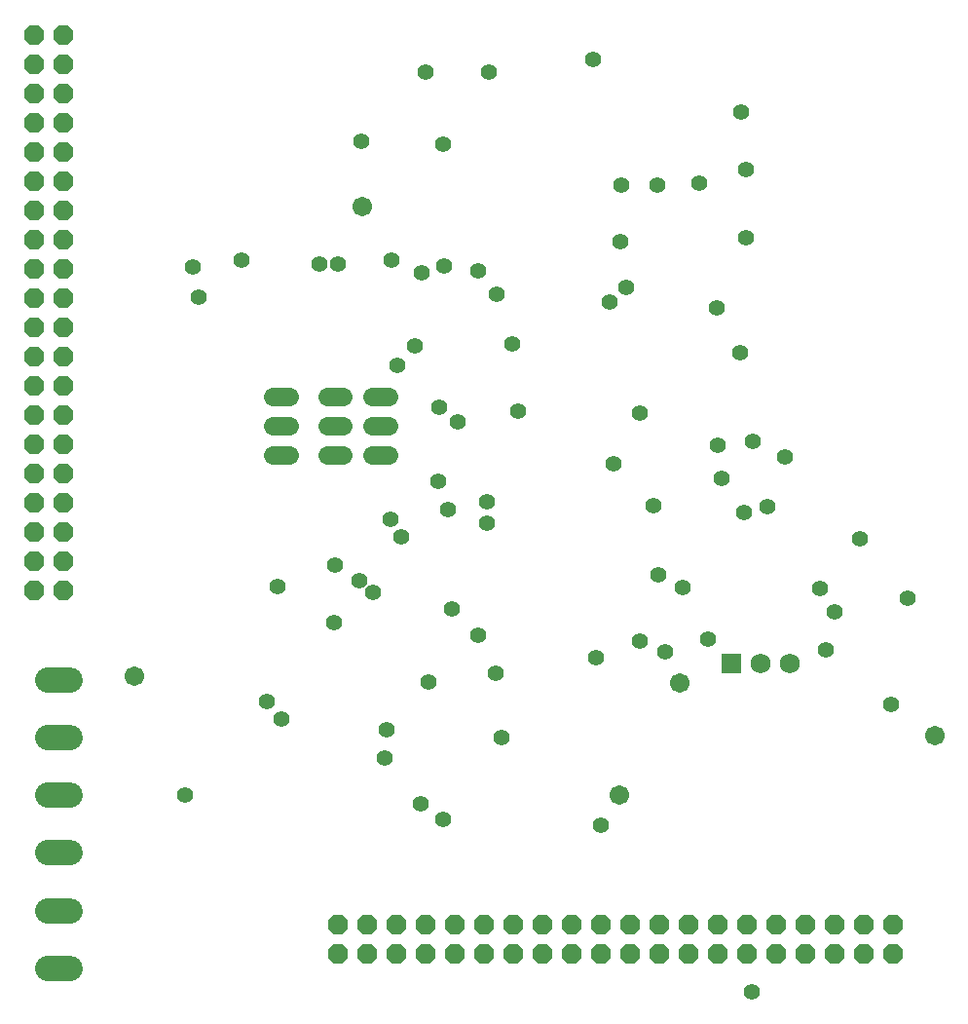
<source format=gbs>
G75*
%MOIN*%
%OFA0B0*%
%FSLAX24Y24*%
%IPPOS*%
%LPD*%
%AMOC8*
5,1,8,0,0,1.08239X$1,22.5*
%
%ADD10C,0.0640*%
%ADD11R,0.0680X0.0680*%
%ADD12C,0.0680*%
%ADD13OC8,0.0680*%
%ADD14C,0.0860*%
%ADD15C,0.0555*%
%ADD16C,0.0671*%
D10*
X012480Y021010D02*
X013040Y021010D01*
X013040Y022010D02*
X012480Y022010D01*
X012480Y023010D02*
X013040Y023010D01*
X014340Y023010D02*
X014900Y023010D01*
X014900Y022010D02*
X014340Y022010D01*
X014340Y021010D02*
X014900Y021010D01*
X015900Y021010D02*
X016460Y021010D01*
X016460Y022010D02*
X015900Y022010D01*
X015900Y023010D02*
X016460Y023010D01*
D11*
X028170Y013900D03*
D12*
X029170Y013900D03*
X030170Y013900D03*
D13*
X029710Y004960D03*
X028710Y004960D03*
X028710Y003960D03*
X029710Y003960D03*
X030710Y003960D03*
X031710Y003960D03*
X031710Y004960D03*
X030710Y004960D03*
X032710Y004960D03*
X032710Y003960D03*
X033710Y003960D03*
X033710Y004960D03*
X027710Y004960D03*
X027710Y003960D03*
X026710Y003960D03*
X025710Y003960D03*
X025710Y004960D03*
X026710Y004960D03*
X024710Y004960D03*
X024710Y003960D03*
X023710Y003960D03*
X022710Y003960D03*
X022710Y004960D03*
X023710Y004960D03*
X021710Y004960D03*
X020710Y004960D03*
X020710Y003960D03*
X021710Y003960D03*
X019710Y003960D03*
X019710Y004960D03*
X018710Y004960D03*
X017710Y004960D03*
X017710Y003960D03*
X018710Y003960D03*
X016710Y003960D03*
X015710Y003960D03*
X015710Y004960D03*
X016710Y004960D03*
X014710Y004960D03*
X014710Y003960D03*
X005310Y016380D03*
X005310Y017380D03*
X004310Y017380D03*
X004310Y016380D03*
X004310Y018380D03*
X005310Y018380D03*
X005310Y019380D03*
X005310Y020380D03*
X004310Y020380D03*
X004310Y019380D03*
X004310Y021380D03*
X004310Y022380D03*
X005310Y022380D03*
X005310Y021380D03*
X005310Y023380D03*
X004310Y023380D03*
X004310Y024380D03*
X004310Y025380D03*
X005310Y025380D03*
X005310Y024380D03*
X005310Y026380D03*
X004310Y026380D03*
X004310Y027380D03*
X004310Y028380D03*
X005310Y028380D03*
X005310Y027380D03*
X005310Y029380D03*
X004310Y029380D03*
X004310Y030380D03*
X004310Y031380D03*
X005310Y031380D03*
X005310Y030380D03*
X005310Y032380D03*
X005310Y033380D03*
X004310Y033380D03*
X004310Y032380D03*
X004310Y034380D03*
X005310Y034380D03*
X005310Y035380D03*
X004310Y035380D03*
D14*
X004770Y003470D02*
X005550Y003470D01*
X005550Y005440D02*
X004770Y005440D01*
X004770Y007410D02*
X005550Y007410D01*
X005550Y009390D02*
X004770Y009390D01*
X004770Y011360D02*
X005550Y011360D01*
X005550Y013330D02*
X004770Y013330D01*
D15*
X009480Y009390D03*
X012770Y012000D03*
X012290Y012580D03*
X014590Y015300D03*
X015910Y016330D03*
X015460Y016710D03*
X014610Y017260D03*
X012660Y016520D03*
X016510Y018820D03*
X016870Y018240D03*
X018490Y019160D03*
X018140Y020120D03*
X019830Y019420D03*
X019830Y018700D03*
X018610Y015750D03*
X019510Y014860D03*
X020120Y013560D03*
X020310Y011360D03*
X017810Y013260D03*
X016370Y011640D03*
X016310Y010660D03*
X017550Y009080D03*
X018310Y008560D03*
X023710Y008360D03*
X023550Y014080D03*
X025060Y014660D03*
X025910Y014280D03*
X027370Y014710D03*
X026510Y016500D03*
X025670Y016930D03*
X025510Y019280D03*
X024140Y020740D03*
X025040Y022450D03*
X027710Y021360D03*
X027850Y020240D03*
X028610Y019060D03*
X029410Y019260D03*
X030010Y020960D03*
X028930Y021490D03*
X028470Y024540D03*
X027680Y026070D03*
X028690Y028460D03*
X027080Y030310D03*
X025650Y030270D03*
X024410Y030260D03*
X024380Y028310D03*
X024570Y026760D03*
X024010Y026260D03*
X020700Y024840D03*
X020150Y026540D03*
X019510Y027310D03*
X018360Y027480D03*
X017580Y027250D03*
X016560Y027680D03*
X014730Y027550D03*
X014070Y027550D03*
X011420Y027680D03*
X009960Y026410D03*
X009760Y027450D03*
X015510Y031760D03*
X017730Y034140D03*
X019870Y034110D03*
X018310Y031660D03*
X023440Y034570D03*
X028510Y032760D03*
X028670Y030800D03*
X020870Y022540D03*
X018810Y022150D03*
X018190Y022660D03*
X016760Y024100D03*
X017360Y024760D03*
X031210Y016460D03*
X031710Y015660D03*
X031410Y014360D03*
X033660Y012480D03*
X034220Y016120D03*
X032590Y018150D03*
X028900Y002670D03*
D16*
X024340Y009380D03*
X026430Y013240D03*
X035160Y011420D03*
X015560Y029520D03*
X007740Y013460D03*
M02*

</source>
